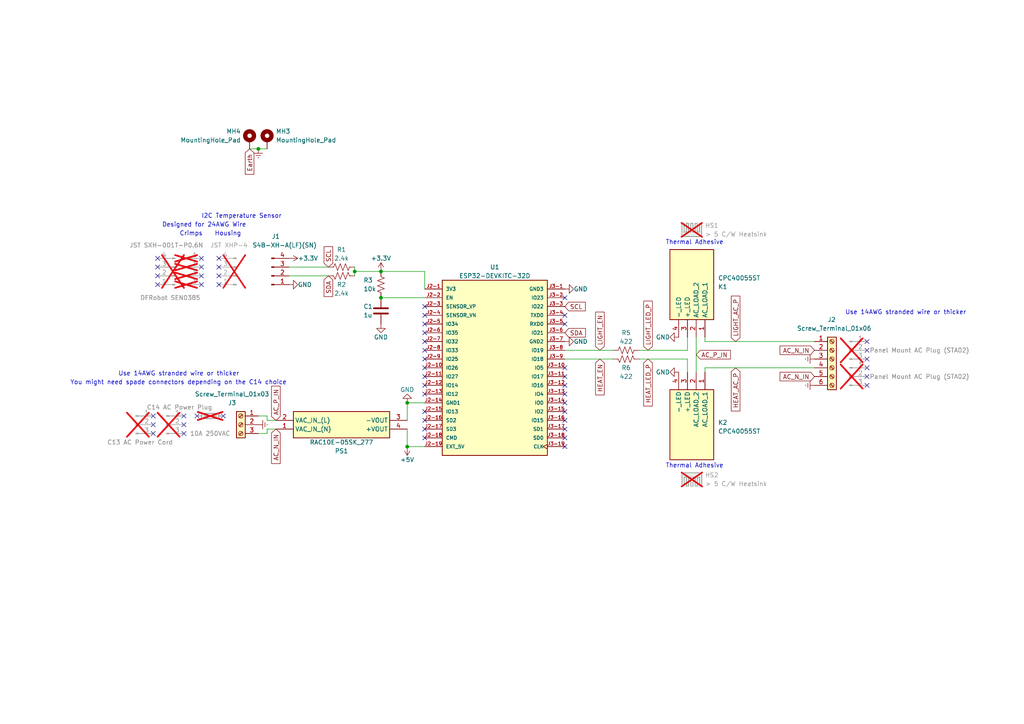
<source format=kicad_sch>
(kicad_sch (version 20230121) (generator eeschema)
  (paper "A4")
  (lib_symbols
    (symbol "CPC40055ST:CPC40055ST"
      (property "Reference" "K" (at 26.67 7.62 0))
      (property "Value" "CPC40055ST" (at 26.67 5.08 0))
      (symbol "CPC40055ST_1_1"
        (rectangle (start 5.08 2.54) (end 25.4 -10.16) (stroke (width 0.254)) (fill (type background)))
        (pin passive line (at 0 0 0) (length 5.08) (name "AC_LOAD_1") (number "1"))
        (pin passive line (at 0 -2.54 0) (length 5.08) (name "AC_LOAD_2") (number "2"))
        (pin passive line (at 0 -5.08 0) (length 5.08) (name "+_LED") (number "3"))
        (pin passive line (at 0 -7.62 0) (length 5.08) (name "-_LED") (number "4"))
      )
    )
    (symbol "Connector:Conn_01x01_Pin" (pin_names (offset 1.016) hide)
      (property "Reference" "J" (at 0 2.54 0))
      (property "Value" "Conn_01x01_Pin" (at 0 -2.54 0))
      (symbol "Conn_01x01_Pin_1_1"
        (polyline (pts (xy 1.27 0) (xy 0.8636 0)) (stroke (width 0.1524)))
        (rectangle (start 0.8636 0.127) (end 0 -0.127) (stroke (width 0.1524)) (fill (type outline)))
        (pin passive line (at 5.08 0 180) (length 3.81) (name "Pin_1") (number "1"))
      )
    )
    (symbol "Connector:Conn_01x03_Pin" (pin_names (offset 1.016) hide)
      (property "Reference" "J" (at 0 5.08 0))
      (property "Value" "Conn_01x03_Pin" (at 0 -5.08 0))
      (symbol "Conn_01x03_Pin_1_1"
        (polyline (pts (xy 1.27 -2.54) (xy 0.8636 -2.54)) (stroke (width 0.1524)))
        (polyline (pts (xy 1.27 0) (xy 0.8636 0)) (stroke (width 0.1524)))
        (polyline (pts (xy 1.27 2.54) (xy 0.8636 2.54)) (stroke (width 0.1524)))
        (rectangle (start 0.8636 -2.413) (end 0 -2.667) (stroke (width 0.1524)) (fill (type outline)))
        (rectangle (start 0.8636 0.127) (end 0 -0.127) (stroke (width 0.1524)) (fill (type outline)))
        (rectangle (start 0.8636 2.667) (end 0 2.413) (stroke (width 0.1524)) (fill (type outline)))
        (pin passive line (at 5.08 2.54 180) (length 3.81) (name "Pin_1") (number "1"))
        (pin passive line (at 5.08 0 180) (length 3.81) (name "Pin_2") (number "2"))
        (pin passive line (at 5.08 -2.54 180) (length 3.81) (name "Pin_3") (number "3"))
      )
    )
    (symbol "Connector:Conn_01x04_Pin" (pin_names (offset 1.016) hide)
      (property "Reference" "J" (at 0 5.08 0))
      (property "Value" "Conn_01x04_Pin" (at 0 -7.62 0))
      (symbol "Conn_01x04_Pin_1_1"
        (polyline (pts (xy 1.27 -5.08) (xy 0.8636 -5.08)) (stroke (width 0.1524)))
        (polyline (pts (xy 1.27 -2.54) (xy 0.8636 -2.54)) (stroke (width 0.1524)))
        (polyline (pts (xy 1.27 0) (xy 0.8636 0)) (stroke (width 0.1524)))
        (polyline (pts (xy 1.27 2.54) (xy 0.8636 2.54)) (stroke (width 0.1524)))
        (rectangle (start 0.8636 -4.953) (end 0 -5.207) (stroke (width 0.1524)) (fill (type outline)))
        (rectangle (start 0.8636 -2.413) (end 0 -2.667) (stroke (width 0.1524)) (fill (type outline)))
        (rectangle (start 0.8636 0.127) (end 0 -0.127) (stroke (width 0.1524)) (fill (type outline)))
        (rectangle (start 0.8636 2.667) (end 0 2.413) (stroke (width 0.1524)) (fill (type outline)))
        (pin passive line (at 5.08 2.54 180) (length 3.81) (name "Pin_1") (number "1"))
        (pin passive line (at 5.08 0 180) (length 3.81) (name "Pin_2") (number "2"))
        (pin passive line (at 5.08 -2.54 180) (length 3.81) (name "Pin_3") (number "3"))
        (pin passive line (at 5.08 -5.08 180) (length 3.81) (name "Pin_4") (number "4"))
      )
    )
    (symbol "Connector:Screw_Terminal_01x03" (pin_names (offset 1.016) hide)
      (property "Reference" "J" (at 0 5.08 0))
      (property "Value" "Screw_Terminal_01x03" (at 0 -5.08 0))
      (symbol "Screw_Terminal_01x03_1_1"
        (rectangle (start -1.27 3.81) (end 1.27 -3.81) (stroke (width 0.254)) (fill (type background)))
        (circle (center 0 -2.54) (radius 0.635) (stroke (width 0.1524)))
        (polyline (pts (xy -0.5334 -2.2098) (xy 0.3302 -3.048)) (stroke (width 0.1524)))
        (polyline (pts (xy -0.5334 0.3302) (xy 0.3302 -0.508)) (stroke (width 0.1524)))
        (polyline (pts (xy -0.5334 2.8702) (xy 0.3302 2.032)) (stroke (width 0.1524)))
        (polyline (pts (xy -0.3556 -2.032) (xy 0.508 -2.8702)) (stroke (width 0.1524)))
        (polyline (pts (xy -0.3556 0.508) (xy 0.508 -0.3302)) (stroke (width 0.1524)))
        (polyline (pts (xy -0.3556 3.048) (xy 0.508 2.2098)) (stroke (width 0.1524)))
        (circle (center 0 0) (radius 0.635) (stroke (width 0.1524)))
        (circle (center 0 2.54) (radius 0.635) (stroke (width 0.1524)))
        (pin passive line (at -5.08 2.54 0) (length 3.81) (name "Pin_1") (number "1"))
        (pin passive line (at -5.08 0 0) (length 3.81) (name "Pin_2") (number "2"))
        (pin passive line (at -5.08 -2.54 0) (length 3.81) (name "Pin_3") (number "3"))
      )
    )
    (symbol "Connector:Screw_Terminal_01x06" (pin_names (offset 1.016) hide)
      (property "Reference" "J" (at 0 7.62 0))
      (property "Value" "Screw_Terminal_01x06" (at 0 -10.16 0))
      (symbol "Screw_Terminal_01x06_1_1"
        (rectangle (start -1.27 6.35) (end 1.27 -8.89) (stroke (width 0.254)) (fill (type background)))
        (circle (center 0 -7.62) (radius 0.635) (stroke (width 0.1524)))
        (circle (center 0 -5.08) (radius 0.635) (stroke (width 0.1524)))
        (circle (center 0 -2.54) (radius 0.635) (stroke (width 0.1524)))
        (polyline (pts (xy -0.5334 -7.2898) (xy 0.3302 -8.128)) (stroke (width 0.1524)))
        (polyline (pts (xy -0.5334 -4.7498) (xy 0.3302 -5.588)) (stroke (width 0.1524)))
        (polyline (pts (xy -0.5334 -2.2098) (xy 0.3302 -3.048)) (stroke (width 0.1524)))
        (polyline (pts (xy -0.5334 0.3302) (xy 0.3302 -0.508)) (stroke (width 0.1524)))
        (polyline (pts (xy -0.5334 2.8702) (xy 0.3302 2.032)) (stroke (width 0.1524)))
        (polyline (pts (xy -0.5334 5.4102) (xy 0.3302 4.572)) (stroke (width 0.1524)))
        (polyline (pts (xy -0.3556 -7.112) (xy 0.508 -7.9502)) (stroke (width 0.1524)))
        (polyline (pts (xy -0.3556 -4.572) (xy 0.508 -5.4102)) (stroke (width 0.1524)))
        (polyline (pts (xy -0.3556 -2.032) (xy 0.508 -2.8702)) (stroke (width 0.1524)))
        (polyline (pts (xy -0.3556 0.508) (xy 0.508 -0.3302)) (stroke (width 0.1524)))
        (polyline (pts (xy -0.3556 3.048) (xy 0.508 2.2098)) (stroke (width 0.1524)))
        (polyline (pts (xy -0.3556 5.588) (xy 0.508 4.7498)) (stroke (width 0.1524)))
        (circle (center 0 0) (radius 0.635) (stroke (width 0.1524)))
        (circle (center 0 2.54) (radius 0.635) (stroke (width 0.1524)))
        (circle (center 0 5.08) (radius 0.635) (stroke (width 0.1524)))
        (pin passive line (at -5.08 5.08 0) (length 3.81) (name "Pin_1") (number "1"))
        (pin passive line (at -5.08 2.54 0) (length 3.81) (name "Pin_2") (number "2"))
        (pin passive line (at -5.08 0 0) (length 3.81) (name "Pin_3") (number "3"))
        (pin passive line (at -5.08 -2.54 0) (length 3.81) (name "Pin_4") (number "4"))
        (pin passive line (at -5.08 -5.08 0) (length 3.81) (name "Pin_5") (number "5"))
        (pin passive line (at -5.08 -7.62 0) (length 3.81) (name "Pin_6") (number "6"))
      )
    )
    (symbol "Device:C" (pin_numbers hide) (pin_names (offset 0.254))
      (property "Reference" "C" (at 0.635 2.54 0))
      (property "Value" "C" (at 0.635 -2.54 0))
      (symbol "C_0_1"
        (polyline (pts (xy -2.032 -0.762) (xy 2.032 -0.762)) (stroke (width 0.508)))
        (polyline (pts (xy -2.032 0.762) (xy 2.032 0.762)) (stroke (width 0.508)))
      )
      (symbol "C_1_1"
        (pin passive line (at 0 3.81 270) (length 2.794) (name "~") (number "1"))
        (pin passive line (at 0 -3.81 90) (length 2.794) (name "~") (number "2"))
      )
    )
    (symbol "Device:Fuse" (pin_numbers hide) (pin_names (offset 0))
      (property "Reference" "F" (at 2.032 0 90))
      (property "Value" "Fuse" (at -1.905 0 90))
      (symbol "Fuse_0_1"
        (rectangle (start -0.762 -2.54) (end 0.762 2.54) (stroke (width 0.254)))
        (polyline (pts (xy 0 2.54) (xy 0 -2.54)))
      )
      (symbol "Fuse_1_1"
        (pin passive line (at 0 3.81 270) (length 1.27) (name "~") (number "1"))
        (pin passive line (at 0 -3.81 90) (length 1.27) (name "~") (number "2"))
      )
    )
    (symbol "Device:R_US" (pin_numbers hide) (pin_names (offset 0))
      (property "Reference" "R" (at 2.54 0 90))
      (property "Value" "R_US" (at -2.54 0 90))
      (symbol "R_US_0_1"
        (polyline (pts (xy 0 -2.286) (xy 0 -2.54)))
        (polyline (pts (xy 0 2.286) (xy 0 2.54)))
        (polyline (pts (xy 0 -0.762) (xy 1.016 -1.143) (xy 0 -1.524) (xy -1.016 -1.905) (xy 0 -2.286)))
        (polyline (pts (xy 0 0.762) (xy 1.016 0.381) (xy 0 0) (xy -1.016 -0.381) (xy 0 -0.762)))
        (polyline (pts (xy 0 2.286) (xy 1.016 1.905) (xy 0 1.524) (xy -1.016 1.143) (xy 0 0.762)))
      )
      (symbol "R_US_1_1"
        (pin passive line (at 0 3.81 270) (length 1.27) (name "~") (number "1"))
        (pin passive line (at 0 -3.81 90) (length 1.27) (name "~") (number "2"))
      )
    )
    (symbol "ESP32-DEVKITC-32D:ESP32-DEVKITC-32D" (pin_names (offset 1.016))
      (property "Reference" "U" (at -15.2572 26.0643 0))
      (property "Value" "ESP32-DEVKITC-32D" (at -15.2563 -27.9698 0))
      (symbol "ESP32-DEVKITC-32D_0_0"
        (rectangle (start -15.24 25.4) (end 15.24 -25.4) (stroke (width 0.254)) (fill (type background)))
        (pin bidirectional line (at -20.32 0 0) (length 5.08) (name "IO26") (number "J2-10"))
        (pin bidirectional line (at -20.32 -2.54 0) (length 5.08) (name "IO27") (number "J2-11"))
        (pin bidirectional line (at -20.32 -5.08 0) (length 5.08) (name "IO14") (number "J2-12"))
        (pin bidirectional line (at -20.32 -7.62 0) (length 5.08) (name "IO12") (number "J2-13"))
        (pin power_in line (at -20.32 -10.16 0) (length 5.08) (name "GND1") (number "J2-14"))
        (pin bidirectional line (at -20.32 -12.7 0) (length 5.08) (name "IO13") (number "J2-15"))
        (pin bidirectional line (at -20.32 -15.24 0) (length 5.08) (name "SD2") (number "J2-16"))
        (pin bidirectional line (at -20.32 -17.78 0) (length 5.08) (name "SD3") (number "J2-17"))
        (pin bidirectional line (at -20.32 -20.32 0) (length 5.08) (name "CMD") (number "J2-18"))
        (pin power_in line (at -20.32 -22.86 0) (length 5.08) (name "EXT_5V") (number "J2-19"))
        (pin input line (at -20.32 20.32 0) (length 5.08) (name "EN") (number "J2-2"))
        (pin input line (at -20.32 17.78 0) (length 5.08) (name "SENSOR_VP") (number "J2-3"))
        (pin input line (at -20.32 15.24 0) (length 5.08) (name "SENSOR_VN") (number "J2-4"))
        (pin bidirectional line (at -20.32 12.7 0) (length 5.08) (name "IO34") (number "J2-5"))
        (pin bidirectional line (at -20.32 10.16 0) (length 5.08) (name "IO35") (number "J2-6"))
        (pin bidirectional line (at -20.32 7.62 0) (length 5.08) (name "IO32") (number "J2-7"))
        (pin bidirectional line (at -20.32 5.08 0) (length 5.08) (name "IO33") (number "J2-8"))
        (pin bidirectional line (at -20.32 2.54 0) (length 5.08) (name "IO25") (number "J2-9"))
        (pin power_in line (at 20.32 22.86 180) (length 5.08) (name "GND3") (number "J3-1"))
        (pin bidirectional line (at 20.32 0 180) (length 5.08) (name "IO5") (number "J3-10"))
        (pin bidirectional line (at 20.32 -2.54 180) (length 5.08) (name "IO17") (number "J3-11"))
        (pin bidirectional line (at 20.32 -5.08 180) (length 5.08) (name "IO16") (number "J3-12"))
        (pin bidirectional line (at 20.32 -7.62 180) (length 5.08) (name "IO4") (number "J3-13"))
        (pin bidirectional line (at 20.32 -10.16 180) (length 5.08) (name "IO0") (number "J3-14"))
        (pin bidirectional line (at 20.32 -12.7 180) (length 5.08) (name "IO2") (number "J3-15"))
        (pin bidirectional line (at 20.32 -15.24 180) (length 5.08) (name "IO15") (number "J3-16"))
        (pin bidirectional line (at 20.32 -17.78 180) (length 5.08) (name "SD1") (number "J3-17"))
        (pin bidirectional line (at 20.32 -20.32 180) (length 5.08) (name "SD0") (number "J3-18"))
        (pin input clock (at 20.32 -22.86 180) (length 5.08) (name "CLK") (number "J3-19"))
        (pin bidirectional line (at 20.32 20.32 180) (length 5.08) (name "IO23") (number "J3-2"))
        (pin bidirectional line (at 20.32 17.78 180) (length 5.08) (name "IO22") (number "J3-3"))
        (pin output line (at 20.32 15.24 180) (length 5.08) (name "TXD0") (number "J3-4"))
        (pin input line (at 20.32 12.7 180) (length 5.08) (name "RXD0") (number "J3-5"))
        (pin bidirectional line (at 20.32 10.16 180) (length 5.08) (name "IO21") (number "J3-6"))
        (pin power_in line (at 20.32 7.62 180) (length 5.08) (name "GND2") (number "J3-7"))
        (pin bidirectional line (at 20.32 5.08 180) (length 5.08) (name "IO19") (number "J3-8"))
        (pin bidirectional line (at 20.32 2.54 180) (length 5.08) (name "IO18") (number "J3-9"))
      )
      (symbol "ESP32-DEVKITC-32D_1_0"
        (pin power_out line (at -20.32 22.86 0) (length 5.08) (name "3V3") (number "J2-1"))
      )
    )
    (symbol "Mechanical:Heatsink" (pin_names (offset 1.016))
      (property "Reference" "HS" (at 0 5.08 0))
      (property "Value" "Heatsink" (at 0 -1.27 0))
      (symbol "Heatsink_0_1"
        (polyline (pts (xy -0.3302 1.27) (xy -0.9652 1.27) (xy -0.9652 3.81) (xy -1.6002 3.81) (xy -1.6002 1.27) (xy -2.2352 1.27) (xy -2.2352 3.81) (xy -2.8702 3.81) (xy -2.8702 0) (xy -0.9652 0)) (stroke (width 0.254)) (fill (type background)))
        (polyline (pts (xy -0.3302 1.27) (xy -0.3302 3.81) (xy 0.3048 3.81) (xy 0.3048 1.27) (xy 0.9398 1.27) (xy 0.9398 3.81) (xy 1.5748 3.81) (xy 1.5748 1.27) (xy 2.2098 1.27) (xy 2.2098 3.81) (xy 2.8448 3.81) (xy 2.8448 0) (xy -0.9652 0)) (stroke (width 0.254)) (fill (type background)))
      )
    )
    (symbol "Mechanical:MountingHole_Pad" (pin_numbers hide) (pin_names (offset 1.016) hide)
      (property "Reference" "H" (at 0 6.35 0))
      (property "Value" "MountingHole_Pad" (at 0 4.445 0))
      (symbol "MountingHole_Pad_0_1"
        (circle (center 0 1.27) (radius 1.27) (stroke (width 1.27)))
      )
      (symbol "MountingHole_Pad_1_1"
        (pin input line (at 0 -2.54 90) (length 2.54) (name "1") (number "1"))
      )
    )
    (symbol "PassiveEarth:Earth" (power) (pin_names (offset 0))
      (symbol "Earth_0_1"
        (polyline (pts (xy -0.635 -1.905) (xy 0.635 -1.905)))
        (polyline (pts (xy -0.127 -2.54) (xy 0.127 -2.54)))
        (polyline (pts (xy 0 -1.27) (xy 0 0)))
        (polyline (pts (xy 1.27 -1.27) (xy -1.27 -1.27)))
      )
      (symbol "Earth_1_1"
        (pin passive line (at 0 0 270) (length 0) hide (name "Earth") (number "1"))
      )
    )
    (symbol "RAC10E-05SK_277:RAC10E-05SK_277"
      (property "Reference" "PS" (at 34.29 7.62 0))
      (property "Value" "RAC10E-05SK_277" (at 34.29 5.08 0))
      (symbol "RAC10E-05SK_277_1_1"
        (rectangle (start 5.08 2.54) (end 33.02 -5.08) (stroke (width 0.254)) (fill (type background)))
        (pin passive line (at 0 0 0) (length 5.08) (name "VAC_IN_(N)") (number "1"))
        (pin passive line (at 0 -2.54 0) (length 5.08) (name "VAC_IN_(L)") (number "2"))
        (pin power_out line (at 38.1 -2.54 180) (length 5.08) (name "-VOUT") (number "3"))
        (pin power_out line (at 38.1 0 180) (length 5.08) (name "+VOUT") (number "4"))
      )
    )
    (symbol "power:+3.3V" (power) (pin_names (offset 0))
      (property "Value" "+3.3V" (at 0 3.556 0))
      (symbol "+3.3V_0_1"
        (polyline (pts (xy -0.762 1.27) (xy 0 2.54)))
        (polyline (pts (xy 0 0) (xy 0 2.54)))
        (polyline (pts (xy 0 2.54) (xy 0.762 1.27)))
      )
      (symbol "+3.3V_1_1"
        (pin power_in line (at 0 0 90) (length 0) hide (name "+3.3V") (number "1"))
      )
    )
    (symbol "power:+5V" (power) (pin_names (offset 0))
      (property "Value" "+5V" (at 0 3.556 0))
      (symbol "+5V_0_1"
        (polyline (pts (xy -0.762 1.27) (xy 0 2.54)))
        (polyline (pts (xy 0 0) (xy 0 2.54)))
        (polyline (pts (xy 0 2.54) (xy 0.762 1.27)))
      )
      (symbol "+5V_1_1"
        (pin power_in line (at 0 0 90) (length 0) hide (name "+5V") (number "1"))
      )
    )
    (symbol "power:GND" (power) (pin_names (offset 0))
      (property "Value" "GND" (at 0 -3.81 0))
      (symbol "GND_0_1"
        (polyline (pts (xy 0 0) (xy 0 -1.27) (xy 1.27 -1.27) (xy 0 -2.54) (xy -1.27 -1.27) (xy 0 -1.27)))
      )
      (symbol "GND_1_1"
        (pin power_in line (at 0 0 270) (length 0) hide (name "GND") (number "1"))
      )
    )
  )
  (junction (at 118.11 129.54))
  (junction (at 110.49 86.36))
  (junction (at 118.11 116.84))
  (junction (at 74.93 43.18))
  (junction (at 102.87 78.74))
  (junction (at 110.49 78.74))
  (no_connect (at 251.46 101.6))
  (no_connect (at 123.19 88.9))
  (no_connect (at 45.72 82.55))
  (no_connect (at 45.72 74.93))
  (no_connect (at 163.83 106.68))
  (no_connect (at 123.19 106.68))
  (no_connect (at 123.19 101.6))
  (no_connect (at 44.45 120.65))
  (no_connect (at 123.19 104.14))
  (no_connect (at 163.83 129.54))
  (no_connect (at 58.42 82.55))
  (no_connect (at 163.83 127))
  (no_connect (at 163.83 91.44))
  (no_connect (at 44.45 125.73))
  (no_connect (at 123.19 93.98))
  (no_connect (at 123.19 109.22))
  (no_connect (at 163.83 116.84))
  (no_connect (at 163.83 119.38))
  (no_connect (at 63.5 82.55))
  (no_connect (at 123.19 99.06))
  (no_connect (at 123.19 121.92))
  (no_connect (at 63.5 77.47))
  (no_connect (at 251.46 104.14))
  (no_connect (at 63.5 80.01))
  (no_connect (at 163.83 121.92))
  (no_connect (at 163.83 111.76))
  (no_connect (at 251.46 99.06))
  (no_connect (at 58.42 74.93))
  (no_connect (at 44.45 123.19))
  (no_connect (at 58.42 80.01))
  (no_connect (at 57.15 120.65))
  (no_connect (at 123.19 119.38))
  (no_connect (at 58.42 77.47))
  (no_connect (at 163.83 109.22))
  (no_connect (at 45.72 80.01))
  (no_connect (at 163.83 93.98))
  (no_connect (at 123.19 111.76))
  (no_connect (at 251.46 109.22))
  (no_connect (at 163.83 114.3))
  (no_connect (at 53.34 123.19))
  (no_connect (at 123.19 114.3))
  (no_connect (at 45.72 77.47))
  (no_connect (at 163.83 124.46))
  (no_connect (at 64.77 120.65))
  (no_connect (at 251.46 111.76))
  (no_connect (at 53.34 120.65))
  (no_connect (at 123.19 96.52))
  (no_connect (at 63.5 74.93))
  (no_connect (at 251.46 106.68))
  (no_connect (at 163.83 86.36))
  (no_connect (at 123.19 91.44))
  (no_connect (at 123.19 124.46))
  (no_connect (at 53.34 125.73))
  (no_connect (at 123.19 127))
  (wire (pts (xy 83.82 77.47) (xy 95.25 77.47)))
  (wire (pts (xy 118.11 124.46) (xy 118.11 129.54)))
  (wire (pts (xy 102.87 78.74) (xy 102.87 80.01)))
  (wire (pts (xy 118.11 129.54) (xy 123.19 129.54)))
  (wire (pts (xy 199.39 97.79) (xy 199.39 101.6)))
  (wire (pts (xy 77.47 120.65) (xy 77.47 121.92)))
  (wire (pts (xy 123.19 78.74) (xy 123.19 83.82)))
  (wire (pts (xy 118.11 116.84) (xy 123.19 116.84)))
  (wire (pts (xy 201.93 97.79) (xy 201.93 107.95)))
  (wire (pts (xy 199.39 104.14) (xy 199.39 107.95)))
  (wire (pts (xy 74.93 120.65) (xy 77.47 120.65)))
  (wire (pts (xy 74.93 43.18) (xy 72.39 43.18)))
  (wire (pts (xy 163.83 101.6) (xy 177.8 101.6)))
  (wire (pts (xy 102.87 77.47) (xy 102.87 78.74)))
  (wire (pts (xy 118.11 116.84) (xy 118.11 121.92)))
  (wire (pts (xy 110.49 86.36) (xy 123.19 86.36)))
  (wire (pts (xy 185.42 101.6) (xy 199.39 101.6)))
  (wire (pts (xy 77.47 124.46) (xy 80.01 124.46)))
  (wire (pts (xy 74.93 125.73) (xy 77.47 125.73)))
  (wire (pts (xy 83.82 80.01) (xy 95.25 80.01)))
  (wire (pts (xy 163.83 104.14) (xy 177.8 104.14)))
  (wire (pts (xy 204.47 106.68) (xy 236.22 106.68)))
  (wire (pts (xy 74.93 43.18) (xy 77.47 43.18)))
  (wire (pts (xy 204.47 99.06) (xy 204.47 97.79)))
  (wire (pts (xy 204.47 107.95) (xy 204.47 106.68)))
  (wire (pts (xy 185.42 104.14) (xy 199.39 104.14)))
  (wire (pts (xy 110.49 78.74) (xy 123.19 78.74)))
  (wire (pts (xy 102.87 78.74) (xy 110.49 78.74)))
  (wire (pts (xy 77.47 125.73) (xy 77.47 124.46)))
  (wire (pts (xy 77.47 121.92) (xy 80.01 121.92)))
  (wire (pts (xy 236.22 99.06) (xy 204.47 99.06)))
  (text "You might need spade connectors depending on the C14 choice" (at 20.32 111.76 0) (effects (font (size 1.27 1.27)) (justify left bottom)))
  (text "Thermal Adhesive" (at 193.04 135.89 0) (effects (font (size 1.27 1.27)) (justify left bottom)))
  (text "Use 14AWG stranded wire or thicker" (at 34.29 109.22 0) (effects (font (size 1.27 1.27)) (justify left bottom)))
  (text "Use 14AWG stranded wire or thicker" (at 245.11 91.44 0) (effects (font (size 1.27 1.27)) (justify left bottom)))
  (text "Designed for 24AWG Wire" (at 46.99 66.04 0) (effects (font (size 1.27 1.27)) (justify left bottom)))
  (text "Crimps" (at 52.07 68.58 0) (effects (font (size 1.27 1.27)) (justify left bottom)))
  (text "Housing" (at 62.23 68.58 0) (effects (font (size 1.27 1.27)) (justify left bottom)))
  (text "Thermal Adhesive" (at 193.04 71.12 0) (effects (font (size 1.27 1.27)) (justify left bottom)))
  (text "I2C Temperature Sensor" (at 58.42 63.5 0) (effects (font (size 1.27 1.27)) (justify left bottom)))
  (global_label "HEAT_EN" (shape input) (at 173.99 104.14 270) (property "Intersheetrefs" "${INTERSHEET_REFS}" (effects hide)))
  (global_label "LIGHT_LED_P" (shape input) (at 187.96 101.6 90) (property "Intersheetrefs" "${INTERSHEET_REFS}" (effects hide)))
  (global_label "HEAT_AC_P" (shape input) (at 213.36 106.68 270) (property "Intersheetrefs" "${INTERSHEET_REFS}" (effects hide)))
  (global_label "SCL" (shape input) (at 163.83 88.9 0) (property "Intersheetrefs" "${INTERSHEET_REFS}" (effects hide)))
  (global_label "SDA" (shape input) (at 95.25 80.01 270) (property "Intersheetrefs" "${INTERSHEET_REFS}" (effects hide)))
  (global_label "AC_P_IN" (shape input) (at 201.93 102.87 0) (property "Intersheetrefs" "${INTERSHEET_REFS}" (effects hide)))
  (global_label "AC_P_IN" (shape input) (at 80.01 121.92 90) (property "Intersheetrefs" "${INTERSHEET_REFS}" (effects hide)))
  (global_label "AC_N_IN" (shape input) (at 236.22 109.22 180) (property "Intersheetrefs" "${INTERSHEET_REFS}" (effects hide)))
  (global_label "AC_N_IN" (shape input) (at 80.01 124.46 270) (property "Intersheetrefs" "${INTERSHEET_REFS}" (effects hide)))
  (global_label "HEAT_LED_P" (shape input) (at 187.96 104.14 270) (property "Intersheetrefs" "${INTERSHEET_REFS}" (effects hide)))
  (global_label "SDA" (shape input) (at 163.83 96.52 0) (property "Intersheetrefs" "${INTERSHEET_REFS}" (effects hide)))
  (global_label "LIGHT_AC_P" (shape input) (at 213.36 99.06 90) (property "Intersheetrefs" "${INTERSHEET_REFS}" (effects hide)))
  (global_label "LIGHT_EN" (shape input) (at 173.99 101.6 90) (property "Intersheetrefs" "${INTERSHEET_REFS}" (effects hide)))
  (global_label "Earth" (shape input) (at 72.39 43.18 270) (property "Intersheetrefs" "${INTERSHEET_REFS}" (effects hide)))
  (global_label "SCL" (shape input) (at 95.25 77.47 90) (property "Intersheetrefs" "${INTERSHEET_REFS}" (effects hide)))
  (global_label "AC_N_IN" (shape input) (at 236.22 101.6 180) (property "Intersheetrefs" "${INTERSHEET_REFS}" (effects hide)))
  (symbol (lib_id "Device:R_US") (at 99.06 80.01 90) (mirror x) (unit 1)
    (property "Reference" "R2" (at 99.06 82.55 90))
    (property "Value" "2.4k" (at 99.06 85.09 90))
    (property "Footprint" "Resistor_SMD:R_1206_3216Metric_Pad1.30x1.75mm_HandSolder" (effects hide))
    (property "Datasheet" "https://industrial.panasonic.com/cdbs/www-data/pdf/RDM0000/AOA0000C307.pdf" (effects hide))
    (property "Manufacturer_Name" "Panasonic" (effects hide))
    (property "Manufacturer_Part_Number" "ERA-8AEB242V" (effects hide))
    (property "Price" "$0.64" (effects hide))
    (property "Digikey Link" "https://www.digikey.com/en/products/detail/panasonic-electronic-components/ERA-8AEB242V/3070902" (effects hide))
    (property "Mouser Link" "https://www.mouser.com/ProductDetail/667-ERA-8AEB242V" (effects hide))
  )
  (symbol (lib_id "Device:R_US") (at 99.06 77.47 90) (unit 1)
    (property "Reference" "R1" (at 99.06 72.39 90))
    (property "Value" "2.4k" (at 99.06 74.93 90))
    (property "Footprint" "Resistor_SMD:R_1206_3216Metric_Pad1.30x1.75mm_HandSolder" (effects hide))
    (property "Datasheet" "https://industrial.panasonic.com/cdbs/www-data/pdf/RDM0000/AOA0000C307.pdf" (effects hide))
    (property "Manufacturer_Name" "Panasonic" (effects hide))
    (property "Manufacturer_Part_Number" "ERA-8AEB242V" (effects hide))
    (property "Price" "$0.64" (effects hide))
    (property "Digikey Link" "https://www.digikey.com/en/products/detail/panasonic-electronic-components/ERA-8AEB242V/3070902" (effects hide))
    (property "Mouser Link" "https://www.mouser.com/ProductDetail/667-ERA-8AEB242V" (effects hide))
  )
  (symbol (lib_id "Mechanical:MountingHole_Pad") (at 77.47 40.64 0) (unit 1) (in_bom no)
    (property "Reference" "MH3" (at 80.01 38.1 0) (effects (justify left)))
    (property "Value" "MountingHole_Pad" (at 80.01 40.64 0) (effects (justify left)))
    (property "Footprint" "MountingHole:MountingHole_3.2mm_M3_Pad_Via" (effects hide))
    (property "Sim.Enable" "0" (effects hide))
  )
  (symbol (lib_id "Connector:Screw_Terminal_01x06") (at 241.3 104.14 0) (unit 1)
    (property "Reference" "J2" (at 240.03 92.71 0) (effects (justify left)))
    (property "Value" "Screw_Terminal_01x06" (at 231.14 95.25 0) (effects (justify left)))
    (property "Footprint" "Phoenix 1713969:1713969" (effects hide))
    (property "Datasheet" "https://www.phoenixcontact.com/en-us/products/printed-circuit-board-terminal-mkds-5-6-635-1713969?type=pdf" (effects hide))
    (property "Manufacturer_Name" "Phoenix Contact" (effects hide))
    (property "Manufacturer_Part_Number" "1713969" (effects hide))
    (property "Price" "$5.84" (effects hide))
    (property "Sim.Enable" "0" (effects hide))
    (property "Digikey Link" "https://www.digikey.com/en/products/detail/phoenix-contact/1713969/6162773" (effects hide))
    (property "Mouser Link" "https://www.mouser.com/ProductDetail/651-1713969" (effects hide))
  )
  (symbol (lib_id "Device:R_US") (at 181.61 104.14 90) (mirror x) (unit 1)
    (property "Reference" "R6" (at 181.61 106.68 90))
    (property "Value" "422" (at 181.61 109.22 90))
    (property "Footprint" "Resistor_SMD:R_1206_3216Metric_Pad1.30x1.75mm_HandSolder" (effects hide))
    (property "Datasheet" "https://industrial.panasonic.com/cdbs/www-data/pdf/RDM0000/AOA0000C307.pdf" (effects hide))
    (property "Manufacturer_Name" "Panasonic" (effects hide))
    (property "Manufacturer_Part_Number" "ERA-8AEB4220V" (effects hide))
    (property "Price" "$0.66" (effects hide))
    (property "Digikey Link" "https://www.digikey.com/en/products/detail/panasonic-electronic-components/ERA-8AEB4220V/3071017" (effects hide))
    (property "Mouser Link" "https://www.mouser.com/ProductDetail/667-ERA-8AEB4220V" (effects hide))
  )
  (symbol (lib_id "Device:R_US") (at 110.49 82.55 180) (unit 1)
    (property "Reference" "R3" (at 105.41 81.28 0) (effects (justify right)))
    (property "Value" "10k" (at 105.41 83.82 0) (effects (justify right)))
    (property "Footprint" "Resistor_SMD:R_1206_3216Metric_Pad1.30x1.75mm_HandSolder" (effects hide))
    (property "Datasheet" "https://industrial.panasonic.com/cdbs/www-data/pdf/RDM0000/AOA0000C307.pdf" (effects hide))
    (property "Manufacturer_Name" "Panasonic" (effects hide))
    (property "Manufacturer_Part_Number" "ERA-8AEB103V" (effects hide))
    (property "Price" "$0.70" (effects hide))
    (property "Digikey Link" "https://www.digikey.com/en/products/detail/panasonic-electronic-components/ERA-8AEB103V/3070742" (effects hide))
    (property "Mouser Link" "https://www.mouser.com/ProductDetail/667-ERA-8AEB103V" (effects hide))
  )
  (symbol (lib_id "power:GND") (at 163.83 83.82 90) (unit 1)
    (property "Reference" "#PWR07" (effects hide))
    (property "Value" "GND" (at 166.37 83.82 90) (effects (justify right)))
  )
  (symbol (lib_id "power:+3.3V") (at 83.82 74.93 270) (unit 1)
    (property "Reference" "#PWR012" (effects hide))
    (property "Value" "+3.3V" (at 86.36 74.93 90) (effects (justify left)))
  )
  (symbol (lib_id "power:GND") (at 196.85 107.95 270) (unit 1)
    (property "Reference" "#PWR010" (effects hide))
    (property "Value" "GND" (at 194.31 107.95 90) (effects (justify right)))
  )
  (symbol (lib_id "Connector:Conn_01x04_Pin") (at 50.8 80.01 180) (unit 1) (on_board no) (dnp yes)
    (property "Reference" "TempSensor1" (effects hide))
    (property "Value" "DFRobot SEN0385" (at 40.64 86.36 0) (effects (justify right)))
    (property "Datasheet" "https://media.digikey.com/pdf/Data%20Sheets/DFRobot%20PDFs/SEN0385_Web.pdf" (effects hide))
    (property "Manufacturer_Name" "DFRobot" (effects hide))
    (property "Manufacturer_Part_Number" "SEN0385" (effects hide))
    (property "Price" "$19.90" (effects hide))
    (property "Sim.Enable" "0" (effects hide))
    (property "Digikey Link" "https://www.digikey.com/en/products/detail/dfrobot/SEN0385/13590873" (effects hide))
    (property "Mouser Link" "https://www.mouser.com/ProductDetail/426-SEN0385" (effects hide))
  )
  (symbol (lib_id "Device:R_US") (at 181.61 101.6 90) (unit 1)
    (property "Reference" "R5" (at 181.61 96.52 90))
    (property "Value" "422" (at 181.61 99.06 90))
    (property "Footprint" "Resistor_SMD:R_1206_3216Metric_Pad1.30x1.75mm_HandSolder" (effects hide))
    (property "Datasheet" "https://industrial.panasonic.com/cdbs/www-data/pdf/RDM0000/AOA0000C307.pdf" (effects hide))
    (property "Manufacturer_Name" "Panasonic" (effects hide))
    (property "Manufacturer_Part_Number" "ERA-8AEB4220V" (effects hide))
    (property "Price" "$0.66" (effects hide))
    (property "Digikey Link" "https://www.digikey.com/en/products/detail/panasonic-electronic-components/ERA-8AEB4220V/3071017" (effects hide))
    (property "Mouser Link" "https://www.mouser.com/ProductDetail/667-ERA-8AEB4220V" (effects hide))
  )
  (symbol (lib_id "power:GND") (at 110.49 93.98 0) (unit 1)
    (property "Reference" "#PWR09" (effects hide))
    (property "Value" "GND" (at 110.49 97.79 0))
  )
  (symbol (lib_id "ESP32-DEVKITC-32D:ESP32-DEVKITC-32D") (at 143.51 106.68 0) (unit 1)
    (property "Reference" "U1" (at 143.51 77.47 0))
    (property "Value" "ESP32-DEVKITC-32D" (at 143.51 80.01 0))
    (property "Footprint" "ESP32-DEVKITC-32D:MODULE_ESP32-DEVKITC-32D" (effects hide))
    (property "Datasheet" "https://www.mouser.com/pdfDocs/esp32_datasheet_en.pdf" (effects hide))
    (property "Manufacturer_Name" "Espressif Systems" (effects hide))
    (property "Manufacturer_Part_Number" "ESP32-DevKitC-32E" (effects hide))
    (property "Price" "$10.00" (effects hide))
    (property "Sim.Enable" "0" (effects hide))
    (property "Digikey Link" "https://www.digikey.com/en/products/detail/espressif-systems/ESP32-DEVKITC-32D/9356990" (effects hide))
    (property "Mouser Link" "https://www.mouser.com/ProductDetail/356-ESP32-DEVKITC32E" (effects hide))
  )
  (symbol (lib_id "Mechanical:MountingHole_Pad") (at 72.39 40.64 0) (mirror y) (unit 1) (in_bom no)
    (property "Reference" "MH4" (at 69.85 38.1 0) (effects (justify left)))
    (property "Value" "MountingHole_Pad" (at 69.85 40.64 0) (effects (justify left)))
    (property "Footprint" "MountingHole:MountingHole_3.2mm_M3_Pad_Via" (effects hide))
    (property "Sim.Enable" "0" (effects hide))
  )
  (symbol (lib_id "power:GND") (at 163.83 99.06 90) (unit 1)
    (property "Reference" "#PWR08" (effects hide))
    (property "Value" "GND" (at 166.37 99.06 90) (effects (justify right)))
  )
  (symbol (lib_id "CPC40055ST:CPC40055ST") (at 204.47 97.79 270) (mirror x) (unit 1)
    (property "Reference" "K1" (at 208.28 83.185 90) (effects (justify left)))
    (property "Value" "CPC40055ST" (at 208.28 80.645 90) (effects (justify left)))
    (property "Footprint" "CPC40055ST:CPC40055ST" (effects hide))
    (property "Datasheet" "https://www.ixysic.com/home/pdfs.nsf/www/CPC40055ST.pdf/$file/CPC40055ST.pdf" (effects hide))
    (property "Manufacturer_Name" "IXYS Integrated Circuits Division" (effects hide))
    (property "Manufacturer_Part_Number" "CPC40055ST" (effects hide))
    (property "Price" "$13.35" (effects hide))
    (property "Sim.Enable" "0" (effects hide))
    (property "Digikey Link" "https://www.digikey.com/en/products/detail/ixys-integrated-circuits-division/CPC40055ST/4785448" (effects hide))
    (property "Mouser Link" "https://www.mouser.com/ProductDetail/849-CPC40055ST" (effects hide))
  )
  (symbol (lib_id "CPC40055ST:CPC40055ST") (at 204.47 107.95 270) (unit 1)
    (property "Reference" "K2" (at 208.28 122.555 90) (effects (justify left)))
    (property "Value" "CPC40055ST" (at 208.28 125.095 90) (effects (justify left)))
    (property "Footprint" "CPC40055ST:CPC40055ST" (effects hide))
    (property "Datasheet" "https://www.ixysic.com/home/pdfs.nsf/www/CPC40055ST.pdf/$file/CPC40055ST.pdf" (effects hide))
    (property "Manufacturer_Name" "IXYS Integrated Circuits Division" (effects hide))
    (property "Manufacturer_Part_Number" "CPC40055ST" (effects hide))
    (property "Price" "$13.35" (effects hide))
    (property "Sim.Enable" "0" (effects hide))
    (property "Digikey Link" "https://www.digikey.com/en/products/detail/ixys-integrated-circuits-division/CPC40055ST/4785448" (effects hide))
    (property "Mouser Link" "https://www.mouser.com/ProductDetail/849-CPC40055ST" (effects hide))
  )
  (symbol (lib_id "PassiveEarth:Earth") (at 236.22 111.76 270) (unit 1)
    (property "Reference" "#PWR03" (effects hide))
    (property "Value" "Earth" (effects hide))
  )
  (symbol (lib_id "Connector:Conn_01x01_Pin") (at 53.34 74.93 0) (unit 1) (on_board no) (dnp yes)
    (property "Reference" "TempPlugCrimp1" (effects hide))
    (property "Value" "JST SXH-001T-P0.6N" (at 48.26 71.12 0))
    (property "Datasheet" "https://www.jst-mfg.com/product/pdf/eng/eXH.pdf" (effects hide))
    (property "Manufacturer_Name" "JST" (effects hide))
    (property "Manufacturer_Part_Number" "SXH-001T-P0.6N" (effects hide))
    (property "Price" "$0.10" (effects hide))
    (property "Sim.Enable" "0" (effects hide))
    (property "Digikey Link" "https://www.digikey.com/en/products/detail/jst-sales-america-inc/SXH-001T-P0-6N/7041446" (effects hide))
  )
  (symbol (lib_id "power:+3.3V") (at 110.49 78.74 0) (unit 1)
    (property "Reference" "#PWR014" (effects hide))
    (property "Value" "+3.3V" (at 110.49 74.93 0))
  )
  (symbol (lib_id "Connector:Conn_01x01_Pin") (at 53.34 82.55 0) (unit 1) (on_board no) (dnp yes)
    (property "Reference" "TempPlugCrimp4" (effects hide))
    (property "Value" "JST SXH-001T-P0.6N" (effects hide))
    (property "Datasheet" "https://www.jst-mfg.com/product/pdf/eng/eXH.pdf" (effects hide))
    (property "Manufacturer_Name" "JST" (effects hide))
    (property "Manufacturer_Part_Number" "SXH-001T-P0.6N" (effects hide))
    (property "Price" "$0.10" (effects hide))
    (property "Sim.Enable" "0" (effects hide))
    (property "Digikey Link" "https://www.digikey.com/en/products/detail/jst-sales-america-inc/SXH-001T-P0-6N/7041446" (effects hide))
  )
  (symbol (lib_id "RAC10E-05SK_277:RAC10E-05SK_277") (at 80.01 124.46 0) (mirror x) (unit 1)
    (property "Reference" "PS1" (at 99.06 130.81 0))
    (property "Value" "RAC10E-05SK_277" (at 99.06 128.27 0))
    (property "Footprint" "RAC10E05SK277" (effects hide))
    (property "Datasheet" "https://recom-power.com/pdf/Powerline_AC-DC/RAC10E-K_277.pdf" (effects hide))
    (property "Manufacturer_Name" "RECOM Power" (effects hide))
    (property "Manufacturer_Part_Number" "RAC10E-05SK/277" (effects hide))
    (property "Price" "$9.55" (effects hide))
    (property "Sim.Enable" "0" (effects hide))
    (property "Digikey Link" "https://www.digikey.com/en/products/detail/recom-power/RAC10E-05SK-277/15990855" (effects hide))
    (property "Mouser Link" "https://www.mouser.com/ProductDetail/919-RAC10E-05SK-277" (effects hide))
  )
  (symbol (lib_id "Connector:Conn_01x01_Pin") (at 53.34 77.47 0) (unit 1) (on_board no) (dnp yes)
    (property "Reference" "TempPlugCrimp2" (effects hide))
    (property "Value" "JST SXH-001T-P0.6N" (effects hide))
    (property "Datasheet" "https://www.jst-mfg.com/product/pdf/eng/eXH.pdf" (effects hide))
    (property "Manufacturer_Name" "JST" (effects hide))
    (property "Manufacturer_Part_Number" "SXH-001T-P0.6N" (effects hide))
    (property "Price" "$0.10" (effects hide))
    (property "Sim.Enable" "0" (effects hide))
    (property "Digikey Link" "https://www.digikey.com/en/products/detail/jst-sales-america-inc/SXH-001T-P0-6N/7041446" (effects hide))
  )
  (symbol (lib_id "Connector:Conn_01x03_Pin") (at 39.37 123.19 0) (unit 1) (on_board no) (dnp yes)
    (property "Reference" "ACCord1" (effects hide))
    (property "Value" "C13 AC Power Cord" (at 40.64 128.27 0))
    (property "Manufacturer_Name" "Cable Leader" (effects hide))
    (property "Manufacturer_Part_Number" "14 AWG 15 Amp" (effects hide))
    (property "Price" "$9.99" (effects hide))
    (property "Sim.Enable" "0" (effects hide))
    (property "Amazon Link" "https://www.amazon.com/dp/B07KBDPH8X" (effects hide))
  )
  (symbol (lib_id "Connector:Screw_Terminal_01x03") (at 69.85 123.19 0) (mirror y) (unit 1)
    (property "Reference" "J3" (at 67.31 116.84 0))
    (property "Value" "Screw_Terminal_01x03" (at 67.31 114.3 0))
    (property "Footprint" "Phoenix 1714968:1714968" (effects hide))
    (property "Datasheet" "https://www.phoenixcontact.com/en-us/products/printed-circuit-board-terminal-mkds-5-3-635-1714968?type=pdf" (effects hide))
    (property "Manufacturer_Name" "Phoenix Contact" (effects hide))
    (property "Manufacturer_Part_Number" "1714968" (effects hide))
    (property "Price" "$2.79" (effects hide))
    (property "Sim.Enable" "0" (effects hide))
    (property "Digikey Link" "https://www.digikey.com/en/products/detail/phoenix-contact/1714968/260638" (effects hide))
    (property "Mouser Link" "https://www.mouser.com/ProductDetail/651-1714968" (effects hide))
  )
  (symbol (lib_id "PassiveEarth:Earth") (at 236.22 104.14 270) (unit 1)
    (property "Reference" "#PWR01" (effects hide))
    (property "Value" "Earth" (effects hide))
  )
  (symbol (lib_id "Mechanical:Heatsink") (at 200.66 137.16 180) (unit 1) (on_board no) (dnp yes)
    (property "Reference" "HS2" (at 204.47 137.795 0) (effects (justify right)))
    (property "Value" "> 5 C/W Heatsink" (at 204.47 140.335 0) (effects (justify right)))
    (property "Datasheet" "https://info.boydcorp.com/hubfs/Thermal/Air-Cooling/Boyd-Board-Level-Cooling-Extruded-5080.pdf" (effects hide))
    (property "Manufacturer_Name" "Aavid" (effects hide))
    (property "Manufacturer_Part_Number" "508500B00000G" (effects hide))
    (property "Price" "$1.06" (effects hide))
    (property "Sim.Enable" "0" (effects hide))
    (property "Digikey Link" "https://www.digikey.com/en/products/detail/aavid-thermal-division-of-boyd-corporation/508500B00000G/373762" (effects hide))
    (property "Mouser Link" "https://www.mouser.com/ProductDetail/532-508500B00" (effects hide))
  )
  (symbol (lib_id "power:GND") (at 118.11 116.84 0) (mirror x) (unit 1)
    (property "Reference" "#PWR05" (effects hide))
    (property "Value" "GND" (at 118.11 113.03 0))
  )
  (symbol (lib_id "Connector:Conn_01x04_Pin") (at 68.58 80.01 180) (unit 1) (on_board no) (dnp yes)
    (property "Reference" "TempPlug1" (effects hide))
    (property "Value" "JST XHP-4" (at 60.96 71.12 0) (effects (justify right)))
    (property "Datasheet" "https://www.jst-mfg.com/product/pdf/eng/eXH.pdf" (effects hide))
    (property "Manufacturer_Name" "JST" (effects hide))
    (property "Manufacturer_Part_Number" "XHP-4" (effects hide))
    (property "Price" "$0.11" (effects hide))
    (property "Sim.Enable" "0" (effects hide))
    (property "Digikey Link" "https://www.digikey.com/en/products/detail/jst-sales-america-inc/XHP-4/683353" (effects hide))
  )
  (symbol (lib_id "Connector:Conn_01x03_Pin") (at 246.38 109.22 0) (unit 1) (on_board no) (dnp yes)
    (property "Reference" "ACOutput2" (effects hide))
    (property "Value" "Panel Mount AC Plug (STA02)" (at 266.7 109.22 0))
    (property "Manufacturer_Name" "FILSHU" (effects hide))
    (property "Manufacturer_Part_Number" "STA02" (effects hide))
    (property "Price" "$9.99" (effects hide))
    (property "Sim.Enable" "0" (effects hide))
    (property "Amazon Link" "https://www.amazon.com/dp/B09V27W6H6" (effects hide))
  )
  (symbol (lib_id "power:GND") (at 196.85 97.79 270) (unit 1)
    (property "Reference" "#PWR011" (effects hide))
    (property "Value" "GND" (at 194.31 97.79 90) (effects (justify right)))
  )
  (symbol (lib_id "PassiveEarth:Earth") (at 74.93 43.18 0) (unit 1)
    (property "Reference" "#PWR013" (effects hide))
    (property "Value" "Earth" (effects hide))
  )
  (symbol (lib_id "power:+5V") (at 118.11 129.54 0) (mirror x) (unit 1)
    (property "Reference" "#PWR02" (effects hide))
    (property "Value" "+5V" (at 118.11 133.35 0))
  )
  (symbol (lib_id "Device:Fuse") (at 60.96 120.65 90) (unit 1) (on_board no) (dnp yes)
    (property "Reference" "ACFuse1" (effects hide))
    (property "Value" "10A 250VAC" (at 60.96 125.73 90))
    (property "Datasheet" "https://www.littelfuse.com/media?resourcetype=datasheets&itemid=a0d11841-302e-49a3-9086-a6d43e30edf0&filename=littelfuse-fuse-215-datasheet" (effects hide))
    (property "Model" "Littelfuse 0215010.MXF60P" (effects hide))
    (property "Manufacturer_Name" "Littelfuse" (effects hide))
    (property "Manufacturer_Part_Number" "0215010.MXF60P" (effects hide))
    (property "Price" "$0.53" (effects hide))
    (property "Sim.Enable" "0" (effects hide))
    (property "Digikey Link" "https://www.digikey.com/en/products/detail/littelfuse-inc/0215010-MXF60P/4285806" (effects hide))
    (property "Mouser Link" "https://www.mouser.com/ProductDetail/576-0215010.MXF60P" (effects hide))
  )
  (symbol (lib_id "Device:C") (at 110.49 90.17 0) (unit 1)
    (property "Reference" "C1" (at 105.41 88.9 0) (effects (justify left)))
    (property "Value" "1u" (at 105.41 91.44 0) (effects (justify left)))
    (property "Footprint" "Capacitor_SMD:C_1206_3216Metric_Pad1.33x1.80mm_HandSolder" (effects hide))
    (property "Datasheet" "https://search.murata.co.jp/Ceramy/image/img/A01X/G101/ENG/GRM31CR72A105KA01-01.pdf" (effects hide))
    (property "Manufacturer_Name" "Murata" (effects hide))
    (property "Manufacturer_Part_Number" "GRM31CR72A105KA01K" (effects hide))
    (property "Price" "$0.78" (effects hide))
    (property "Digikey Link" "https://www.digikey.com/en/products/detail/murata-electronics/GRM31CR72A105KA01K/2548212" (effects hide))
    (property "Mouser Link" "https://www.mouser.com/ProductDetail/81-GRM31CR72A105KA1K" (effects hide))
  )
  (symbol (lib_id "Connector:Conn_01x01_Pin") (at 53.34 80.01 0) (unit 1) (on_board no) (dnp yes)
    (property "Reference" "TempPlugCrimp3" (effects hide))
    (property "Value" "JST SXH-001T-P0.6N" (effects hide))
    (property "Datasheet" "https://www.jst-mfg.com/product/pdf/eng/eXH.pdf" (effects hide))
    (property "Manufacturer_Name" "JST" (effects hide))
    (property "Manufacturer_Part_Number" "SXH-001T-P0.6N" (effects hide))
    (property "Price" "$0.10" (effects hide))
    (property "Sim.Enable" "0" (effects hide))
    (property "Digikey Link" "https://www.digikey.com/en/products/detail/jst-sales-america-inc/SXH-001T-P0-6N/7041446" (effects hide))
  )
  (symbol (lib_id "Connector:Conn_01x03_Pin") (at 48.26 123.19 0) (unit 1) (on_board no) (dnp yes)
    (property "Reference" "ACPlug1" (effects hide))
    (property "Value" "C14 AC Power Plug" (at 52.07 118.11 0))
    (property "Manufacturer_Name" "FILSHU" (effects hide))
    (property "Manufacturer_Part_Number" "15A Rocker Switch and Fuse" (effects hide))
    (property "Price" "$8.99" (effects hide))
    (property "Sim.Enable" "0" (effects hide))
    (property "Amazon Link" "https://www.amazon.com/dp/B0895T9NXF" (effects hide))
  )
  (symbol (lib_id "Connector:Conn_01x03_Pin") (at 246.38 101.6 0) (unit 1) (on_board no) (dnp yes)
    (property "Reference" "ACOutput1" (effects hide))
    (property "Value" "Panel Mount AC Plug (STA02)" (at 266.7 101.6 0))
    (property "Manufacturer_Name" "FILSHU" (effects hide))
    (property "Manufacturer_Part_Number" "STA02" (effects hide))
    (property "Price" "$9.99" (effects hide))
    (property "Sim.Enable" "0" (effects hide))
    (property "Amazon Link" "https://www.amazon.com/dp/B09V27W6H6" (effects hide))
  )
  (symbol (lib_id "PassiveEarth:Earth") (at 74.93 123.19 90) (unit 1)
    (property "Reference" "#PWR04" (effects hide))
    (property "Value" "Earth" (effects hide))
  )
  (symbol (lib_id "Connector:Conn_01x04_Pin") (at 78.74 80.01 0) (mirror x) (unit 1)
    (property "Reference" "J1" (at 80.01 68.58 0))
    (property "Value" "S4B-XH-A(LF)(SN)" (at 82.55 71.12 0))
    (property "Footprint" "Connector_JST:JST_XH_S4B-XH-A_1x04_P2.50mm_Horizontal" (effects hide))
    (property "Datasheet" "https://www.jst-mfg.com/product/pdf/eng/eXH.pdf" (effects hide))
    (property "Manufacturer_Name" "JST" (effects hide))
    (property "Manufacturer_Part_Number" "S4B-XH-A(LF)(SN)" (effects hide))
    (property "Price" "$0.27" (effects hide))
    (property "Sim.Enable" "0" (effects hide))
    (property "Digikey Link" "https://www.digikey.com/en/products/detail/jst-sales-america-inc/S4B-XH-A-LF-SN/1651041" (effects hide))
  )
  (symbol (lib_id "Mechanical:Heatsink") (at 200.66 68.58 0) (unit 1) (on_board no) (dnp yes)
    (property "Reference" "HS1" (at 204.47 65.405 0) (effects (justify left)))
    (property "Value" "> 5 C/W Heatsink" (at 204.47 67.945 0) (effects (justify left)))
    (property "Datasheet" "https://info.boydcorp.com/hubfs/Thermal/Air-Cooling/Boyd-Board-Level-Cooling-Extruded-5080.pdf" (effects hide))
    (property "Manufacturer_Name" "Aavid" (effects hide))
    (property "Manufacturer_Part_Number" "508500B00000G" (effects hide))
    (property "Price" "$1.06" (effects hide))
    (property "Sim.Enable" "0" (effects hide))
    (property "Digikey Link" "https://www.digikey.com/en/products/detail/aavid-thermal-division-of-boyd-corporation/508500B00000G/373762" (effects hide))
    (property "Mouser Link" "https://www.mouser.com/ProductDetail/532-508500B00" (effects hide))
  )
  (symbol (lib_id "power:GND") (at 83.82 82.55 90) (unit 1)
    (property "Reference" "#PWR06" (effects hide))
    (property "Value" "GND" (at 86.36 82.55 90) (effects (justify right)))
  )
)
</source>
